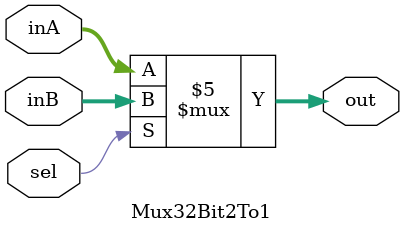
<source format=v>
`timescale 1ns / 1ps


module Mux32Bit2To1(out, inA, inB, sel);

    output reg [31:0] out;
    
    input [31:0] inA;
    input [31:0] inB;
    input sel;

    initial begin
    out <= 0;
    end

    always @(*) begin
    if (sel == 0)
        out <= inA;
    else   
        out <= inB;

    end
endmodule

</source>
